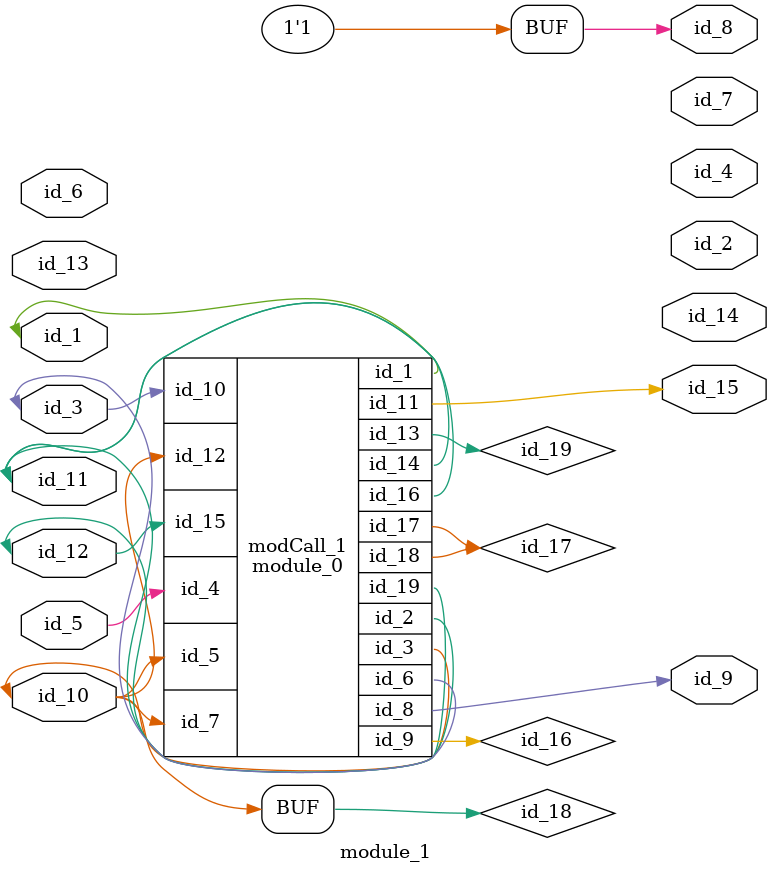
<source format=v>
module module_0 (
    id_1,
    id_2,
    id_3,
    id_4,
    id_5,
    id_6,
    id_7,
    id_8,
    id_9,
    id_10,
    id_11,
    id_12,
    id_13,
    id_14,
    id_15,
    id_16,
    id_17,
    id_18,
    id_19
);
  inout wire id_19;
  inout wire id_18;
  output wire id_17;
  output wire id_16;
  input wire id_15;
  output wire id_14;
  inout wire id_13;
  input wire id_12;
  output wire id_11;
  input wire id_10;
  inout wire id_9;
  output wire id_8;
  input wire id_7;
  inout wire id_6;
  input wire id_5;
  input wire id_4;
  output wire id_3;
  output wire id_2;
  inout wire id_1;
endmodule
module module_1 (
    id_1,
    id_2,
    id_3,
    id_4,
    id_5,
    id_6,
    id_7,
    id_8,
    id_9,
    id_10,
    id_11,
    id_12,
    id_13,
    id_14,
    id_15
);
  output wire id_15;
  output wire id_14;
  input wire id_13;
  inout wire id_12;
  inout wire id_11;
  inout wire id_10;
  output wire id_9;
  output wire id_8;
  output wire id_7;
  input wire id_6;
  inout wire id_5;
  output wire id_4;
  inout wire id_3;
  output wire id_2;
  inout wire id_1;
  assign id_8 = 1;
  wire id_16, id_17;
  wire id_18 = id_10;
  wire id_19;
  module_0 modCall_1 (
      id_1,
      id_11,
      id_10,
      id_5,
      id_10,
      id_3,
      id_18,
      id_9,
      id_16,
      id_3,
      id_15,
      id_18,
      id_19,
      id_11,
      id_12,
      id_11,
      id_17,
      id_17,
      id_12
  );
endmodule

</source>
